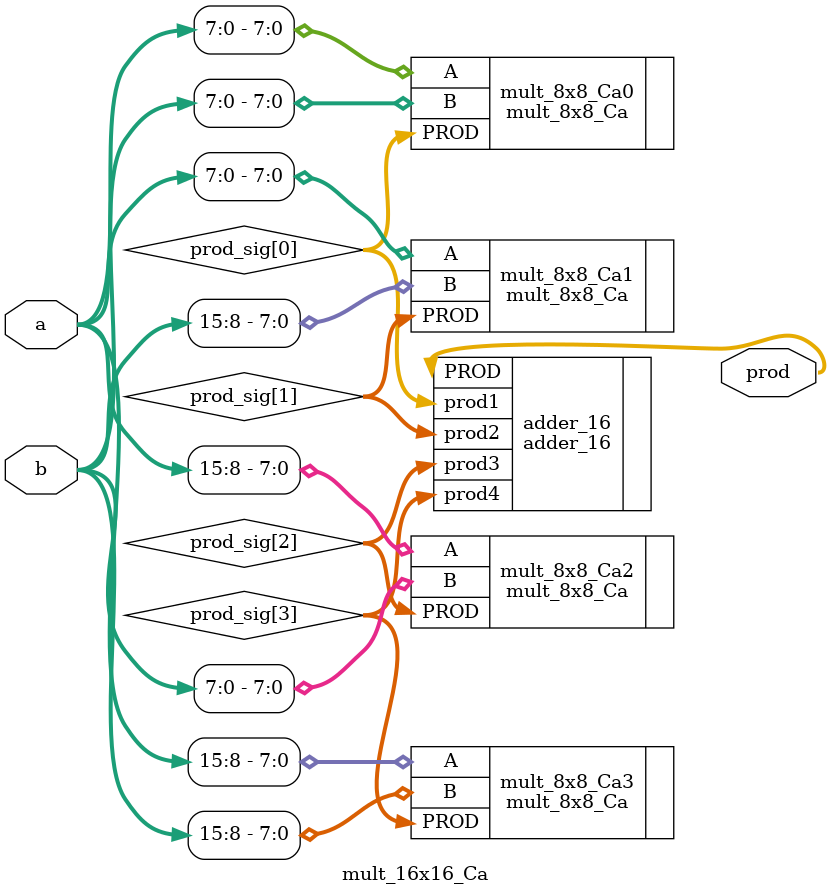
<source format=v>



module mult_16x16_Ca(

    input     [15:0]    a   ,
    input     [15:0]    b   ,

    output    [31:0]    prod 

);

wire [15:0]  prod_sig [3:0];
wire [15:0]  sum;

///////////////////////////////////////

 mult_8x8_Ca mult_8x8_Ca0( 

    .A    (a[7:0]     ) ,
    .B    (b[7:0]     ) ,

    .PROD (prod_sig[0])
);

 mult_8x8_Ca mult_8x8_Ca1( 

    .A    (a[7:0]      ) ,
    .B    (b[15:8]     ) ,

    .PROD (prod_sig[1] )
);

 mult_8x8_Ca mult_8x8_Ca2( 

    .A    (a[15:8]     ) ,
    .B    (b[7:0]      ) ,

    .PROD (prod_sig[2] )
);


 mult_8x8_Ca mult_8x8_Ca3( 

    .A    (a[15:8]     ) ,
    .B    (b[15:8]     ) ,

    .PROD (prod_sig[3] )
);

/* assign prod={prod_sig[3][15:8],prod_sig[2][7:0],prod_sig[1][15:8],prod_sig[0][7:0]}; */

/////////////////////////////////////////////////////

 adder_16 adder_16(
    .prod1(prod_sig[0]),
    .prod2(prod_sig[1]),
    .prod3(prod_sig[2]),   
    .prod4(prod_sig[3]),

    .PROD (prod       ) 
);

/* lut_6
#(.INIT6(64'h9696_9696_9696_9696))
inst_lut_6_000(
    .I0 (prod_sig[0][8]       )  ,
    .I1 (prod_sig[1][0]       )  ,
    .I2 (prod_sig[2][0]       )  ,
    .I3 (1'b1                 )  ,
    .I4 (1'b1                 )  ,
    .I5 (1'b1                 )  ,
 
    .O6 (sum[0]               )

);

lut_6
#(.INIT6(64'h9696_9696_9696_9696))
inst_lut_6_100(
    .I0 (prod_sig[0][9]       )  ,
    .I1 (prod_sig[1][1]       )  ,
    .I2 (prod_sig[2][1]       )  ,
    .I3 (1'b1                 )  ,
    .I4 (1'b1                 )  ,
    .I5 (1'b1                 )  ,
 
    .O6 (sum[1]               )

);

lut_6
#(.INIT6(64'h9696_9696_9696_9696))
inst_lut_6_200(
    .I0 (prod_sig[0][10]       )  ,
    .I1 (prod_sig[1][2]       )  ,
    .I2 (prod_sig[2][2]       )  ,
    .I3 (1'b1                 )  ,
    .I4 (1'b1                 )  ,
    .I5 (1'b1                 )  ,
 
    .O6 (sum[2]               )

);


lut_6
#(.INIT6(64'h9696_9696_9696_9696))
inst_lut_6_300(
    .I0 (prod_sig[0][11]       )  ,
    .I1 (prod_sig[1][3]       )  ,
    .I2 (prod_sig[2][3]       )  ,
    .I3 (1'b1                 )  ,
    .I4 (1'b1                 )  ,
    .I5 (1'b1                 )  ,
 
    .O6 (sum[3]               )

);


lut_6
#(.INIT6(64'h9696_9696_9696_9696))
inst_lut_6_400(
    .I0 (prod_sig[0][12]       )  ,
    .I1 (prod_sig[1][4]       )  ,
    .I2 (prod_sig[2][4]       )  ,
    .I3 (1'b1                 )  ,
    .I4 (1'b1                 )  ,
    .I5 (1'b1                 )  ,
 
    .O6 (sum[4]               )

);


lut_6
#(.INIT6(64'h9696_9696_9696_9696))
inst_lut_6_500(
    .I0 (prod_sig[0][13]       )  ,
    .I1 (prod_sig[1][5]       )  ,
    .I2 (prod_sig[2][5]       )  ,
    .I3 (1'b1                 )  ,
    .I4 (1'b1                 )  ,
    .I5 (1'b1                 )  ,
 
    .O6 (sum[5]               )

);


lut_6
#(.INIT6(64'h9696_9696_9696_9696))
inst_lut_6_600(
    .I0 (prod_sig[0][14]       )  ,
    .I1 (prod_sig[1][6]       )  ,
    .I2 (prod_sig[2][6]       )  ,
    .I3 (1'b1                 )  ,
    .I4 (1'b1                 )  ,
    .I5 (1'b1                 )  ,
 
    .O6 (sum[6]               )

);



lut_6
#(.INIT6(64'h9696_9696_9696_9696))
inst_lut_6_700(
    .I0 (prod_sig[0][15]       )  ,
    .I1 (prod_sig[1][7]       )  ,
    .I2 (prod_sig[2][7]       )  ,
    .I3 (1'b1                 )  ,
    .I4 (1'b1                 )  ,
    .I5 (1'b1                 )  ,
 
    .O6 (sum[7]               )

);
//////////////////////////////////////////////



/////////////////////////////////////////////////////



lut_6
#(.INIT6(64'h9696_9696_9696_9696))
inst_lut_6_001(
    .I0 (prod_sig[1][8]       )  ,
    .I1 (prod_sig[2][8]       )  ,
    .I2 (prod_sig[3][0]       )  ,
    .I3 (1'b1                 )  ,
    .I4 (1'b1                 )  ,
    .I5 (1'b1                 )  ,
 
    .O6 (sum[8]               )

);

lut_6
#(.INIT6(64'h9696_9696_9696_9696))
inst_lut_6_101(
    .I0 (prod_sig[1][9]       )  ,
    .I1 (prod_sig[2][9]       )  ,
    .I2 (prod_sig[3][1]       )  ,
    .I3 (1'b1                 )  ,
    .I4 (1'b1                 )  ,
    .I5 (1'b1                 )  ,
 
    .O6 (sum[9]               )

);

lut_6
#(.INIT6(64'h9696_9696_9696_9696))
inst_lut_6_201(
    .I0 (prod_sig[1][10]       )  ,
    .I1 (prod_sig[2][10]       )  ,
    .I2 (prod_sig[3][2]       )  ,
    .I3 (1'b1                 )  ,
    .I4 (1'b1                 )  ,
    .I5 (1'b1                 )  ,
 
    .O6 (sum[10]               )

);


lut_6
#(.INIT6(64'h9696_9696_9696_9696))
inst_lut_6_301(
    .I0 (prod_sig[1][11]       )  ,
    .I1 (prod_sig[2][11]       )  ,
    .I2 (prod_sig[3][3]       )  ,
    .I3 (1'b1                 )  ,
    .I4 (1'b1                 )  ,
    .I5 (1'b1                 )  ,
 
    .O6 (sum[11]               )

);


lut_6
#(.INIT6(64'h9696_9696_9696_9696))
inst_lut_6_401(
    .I0 (prod_sig[1][12]       )  ,
    .I1 (prod_sig[2][12]       )  ,
    .I2 (prod_sig[3][4]       )  ,
    .I3 (1'b1                 )  ,
    .I4 (1'b1                 )  ,
    .I5 (1'b1                 )  ,
 
    .O6 (sum[12]               )

);


lut_6
#(.INIT6(64'h9696_9696_9696_9696))
inst_lut_6_501(
    .I0 (prod_sig[1][13]       )  ,
    .I1 (prod_sig[2][13]       )  ,
    .I2 (prod_sig[3][5]       )  ,
    .I3 (1'b1                 )  ,
    .I4 (1'b1                 )  ,
    .I5 (1'b1                 )  ,
 
    .O6 (sum[13]               )

);


lut_6
#(.INIT6(64'h9696_9696_9696_9696))
inst_lut_6_601(
    .I0 (prod_sig[1][14]       )  ,
    .I1 (prod_sig[2][14]       )  ,
    .I2 (prod_sig[3][6]       )  ,
    .I3 (1'b1                 )  ,
    .I4 (1'b1                 )  ,
    .I5 (1'b1                 )  ,
 
    .O6 (sum[14]               )

);



lut_6
#(.INIT6(64'h9696_9696_9696_9696))
inst_lut_6_701(
    .I0 (prod_sig[1][15]       )  ,
    .I1 (prod_sig[2][15]       )  ,
    .I2 (prod_sig[3][7]       )  ,
    .I3 (1'b1                 )  ,
    .I4 (1'b1                 )  ,
    .I5 (1'b1                 )  ,
 
    .O6 (sum[15]               )

);
//////////////////////////////////////////////

assign  prod[7:0]=prod_sig[0][7:0];
assign  prod[23:8]=sum[15:0];
assign  prod[31:24]=prod_sig[3][15:8]; */



endmodule 
</source>
